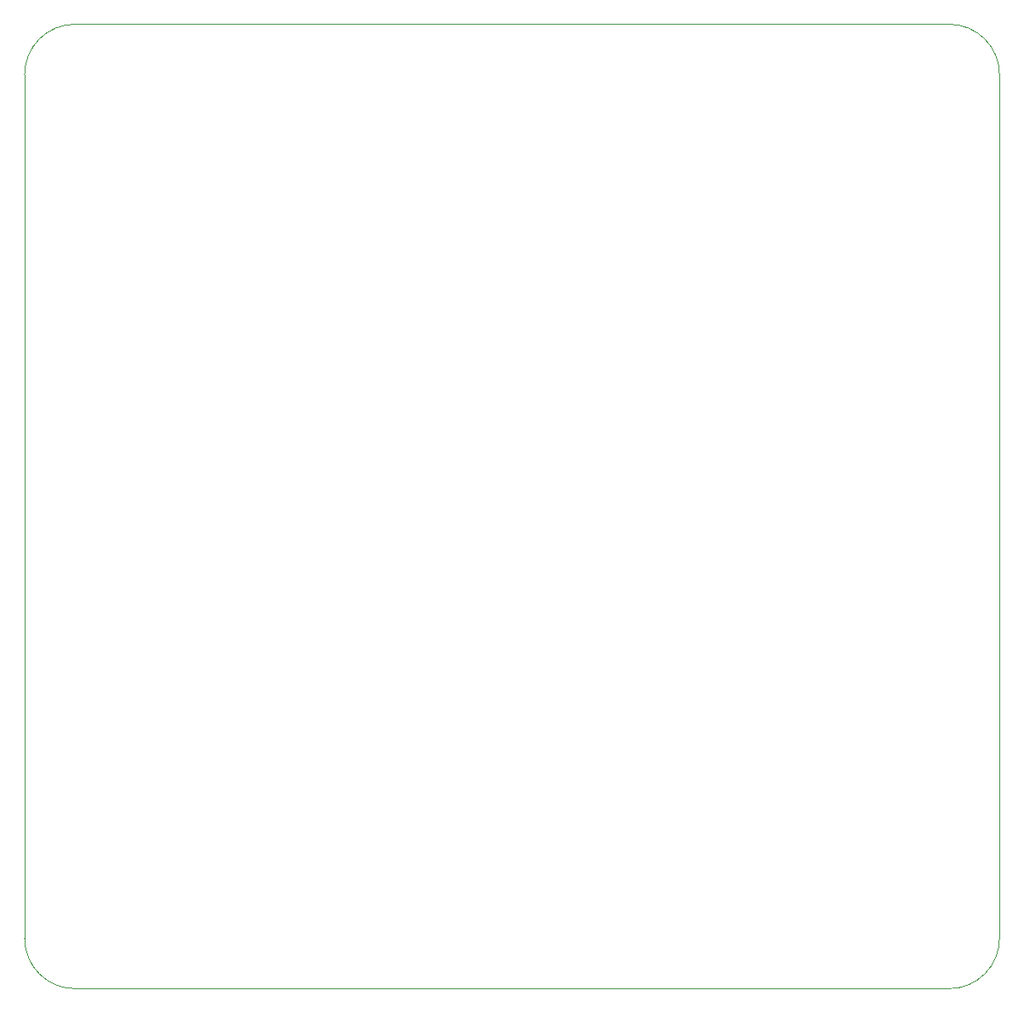
<source format=gbr>
%TF.GenerationSoftware,KiCad,Pcbnew,9.0.4*%
%TF.CreationDate,2025-10-09T03:03:52-07:00*%
%TF.ProjectId,ThermoBoard,54686572-6d6f-4426-9f61-72642e6b6963,1A*%
%TF.SameCoordinates,Original*%
%TF.FileFunction,Profile,NP*%
%FSLAX46Y46*%
G04 Gerber Fmt 4.6, Leading zero omitted, Abs format (unit mm)*
G04 Created by KiCad (PCBNEW 9.0.4) date 2025-10-09 03:03:52*
%MOMM*%
%LPD*%
G01*
G04 APERTURE LIST*
%TA.AperFunction,Profile*%
%ADD10C,0.050000*%
%TD*%
G04 APERTURE END LIST*
D10*
X35534Y-5000000D02*
G75*
G02*
X5035534Y0I5000000J0D01*
G01*
X5035534Y0D02*
X92000000Y0D01*
X97000000Y-5000000D02*
X97000000Y-91000000D01*
X5035534Y-96000000D02*
G75*
G02*
X35534Y-91000000I0J5000000D01*
G01*
X5035534Y-96000000D02*
X92000000Y-96000000D01*
X97000000Y-91000000D02*
G75*
G02*
X92000000Y-96000000I-5000000J0D01*
G01*
X92000000Y0D02*
G75*
G02*
X97000000Y-5000000I0J-5000000D01*
G01*
X35534Y-5000000D02*
X35534Y-91000000D01*
M02*

</source>
